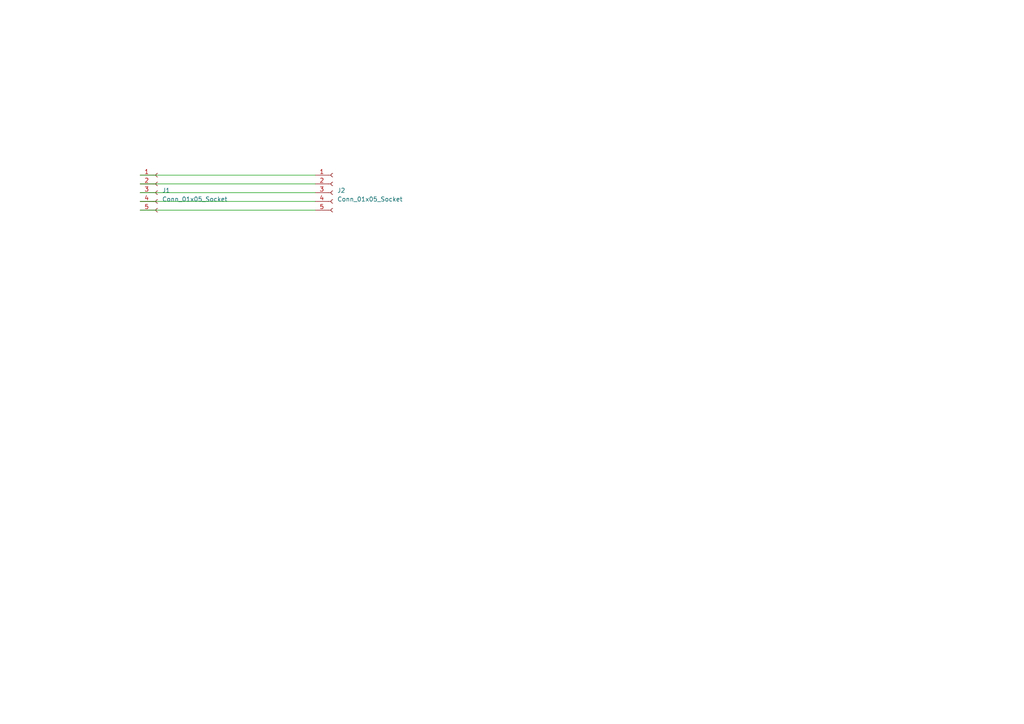
<source format=kicad_sch>
(kicad_sch (version 20230121) (generator eeschema)
  (paper "A4")
  (title_block (title "Trackpoint MTM Connector"))
  (lib_symbols
    (symbol "Connector:Conn_01x05_Socket" (pin_names (offset 1.016) hide)
      (property "Reference" "J" (at 0 7.62 0))
      (property "Value" "Conn_01x05_Socket" (at 0 -7.62 0))
      (symbol "Conn_01x05_Socket_1_1"
        (arc (start 0 -4.572) (mid -0.5058 -5.08) (end 0 -5.588) (stroke (width 0.1524)))
        (arc (start 0 -2.032) (mid -0.5058 -2.54) (end 0 -3.048) (stroke (width 0.1524)))
        (polyline (pts (xy -1.27 -5.08) (xy -0.508 -5.08)) (stroke (width 0.1524)))
        (polyline (pts (xy -1.27 -2.54) (xy -0.508 -2.54)) (stroke (width 0.1524)))
        (polyline (pts (xy -1.27 0) (xy -0.508 0)) (stroke (width 0.1524)))
        (polyline (pts (xy -1.27 2.54) (xy -0.508 2.54)) (stroke (width 0.1524)))
        (polyline (pts (xy -1.27 5.08) (xy -0.508 5.08)) (stroke (width 0.1524)))
        (arc (start 0 0.508) (mid -0.5058 0) (end 0 -0.508) (stroke (width 0.1524)))
        (arc (start 0 3.048) (mid -0.5058 2.54) (end 0 2.032) (stroke (width 0.1524)))
        (arc (start 0 5.588) (mid -0.5058 5.08) (end 0 4.572) (stroke (width 0.1524)))
        (pin passive line (at -5.08 5.08 0) (length 3.81) (name "Pin_1") (number "1"))
        (pin passive line (at -5.08 2.54 0) (length 3.81) (name "Pin_2") (number "2"))
        (pin passive line (at -5.08 0 0) (length 3.81) (name "Pin_3") (number "3"))
        (pin passive line (at -5.08 -2.54 0) (length 3.81) (name "Pin_4") (number "4"))
        (pin passive line (at -5.08 -5.08 0) (length 3.81) (name "Pin_5") (number "5"))
      )
    )
  )
  (wire (pts (xy 40.64 50.8) (xy 91.44 50.8)))
  (wire (pts (xy 40.64 58.42) (xy 91.44 58.42)))
  (wire (pts (xy 40.64 53.34) (xy 91.44 53.34)))
  (wire (pts (xy 40.64 60.96) (xy 91.44 60.96)))
  (wire (pts (xy 40.64 55.88) (xy 91.44 55.88)))
  (symbol (lib_id "Connector:Conn_01x05_Socket") (at 96.52 55.88 0) (unit 1)
    (property "Reference" "J2" (at 97.79 55.245 0) (effects (justify left)))
    (property "Value" "Conn_01x05_Socket" (at 97.79 57.785 0) (effects (justify left)))
    (property "Footprint" "Connector_PinSocket_2.54mm:PinSocket_1x05_P2.54mm_Vertical" (effects hide))
  )
  (symbol (lib_id "Connector:Conn_01x05_Socket") (at 45.72 55.88 0) (unit 1)
    (property "Reference" "J1" (at 46.99 55.245 0) (effects (justify left)))
    (property "Value" "Conn_01x05_Socket" (at 46.99 57.785 0) (effects (justify left)))
    (property "Footprint" "Connector_Molex:Molex_Pico-EZmate_78171-0005_1x05-1MP_P1.20mm_Vertical" (effects hide))
  )
)
</source>
